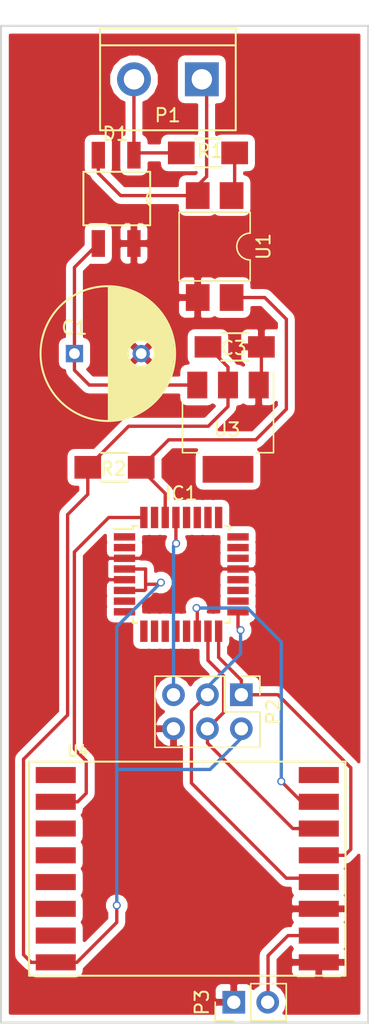
<source format=kicad_pcb>
(kicad_pcb (version 4) (host pcbnew 4.0.5-e0-6337~49~ubuntu16.04.1)

  (general
    (links 36)
    (no_connects 0)
    (area 159.274999 50.82 186.925001 127.682001)
    (thickness 1.6)
    (drawings 4)
    (tracks 137)
    (zones 0)
    (modules 12)
    (nets 15)
  )

  (page A4)
  (layers
    (0 F.Cu signal)
    (31 B.Cu signal)
    (32 B.Adhes user)
    (33 F.Adhes user)
    (34 B.Paste user)
    (35 F.Paste user)
    (36 B.SilkS user)
    (37 F.SilkS user)
    (38 B.Mask user)
    (39 F.Mask user)
    (40 Dwgs.User user)
    (41 Cmts.User user)
    (42 Eco1.User user)
    (43 Eco2.User user)
    (44 Edge.Cuts user)
    (45 Margin user)
    (46 B.CrtYd user)
    (47 F.CrtYd user)
    (48 B.Fab user)
    (49 F.Fab user)
  )

  (setup
    (last_trace_width 0.25)
    (user_trace_width 0.5)
    (user_trace_width 1)
    (user_trace_width 1.5)
    (user_trace_width 2)
    (user_trace_width 3)
    (trace_clearance 0.2)
    (zone_clearance 0.508)
    (zone_45_only no)
    (trace_min 0.2)
    (segment_width 0.2)
    (edge_width 0.15)
    (via_size 0.6)
    (via_drill 0.4)
    (via_min_size 0.4)
    (via_min_drill 0.3)
    (uvia_size 0.3)
    (uvia_drill 0.1)
    (uvias_allowed no)
    (uvia_min_size 0.2)
    (uvia_min_drill 0.1)
    (pcb_text_width 0.3)
    (pcb_text_size 1.5 1.5)
    (mod_edge_width 0.15)
    (mod_text_size 1 1)
    (mod_text_width 0.15)
    (pad_size 1.524 1.524)
    (pad_drill 0.762)
    (pad_to_mask_clearance 0.2)
    (aux_axis_origin 0 0)
    (grid_origin 133.35 79.375)
    (visible_elements FFFFFF7F)
    (pcbplotparams
      (layerselection 0x010f0_80000001)
      (usegerberextensions true)
      (excludeedgelayer true)
      (linewidth 0.100000)
      (plotframeref false)
      (viasonmask false)
      (mode 1)
      (useauxorigin false)
      (hpglpennumber 1)
      (hpglpenspeed 20)
      (hpglpendiameter 15)
      (hpglpenoverlay 2)
      (psnegative false)
      (psa4output false)
      (plotreference true)
      (plotvalue true)
      (plotinvisibletext false)
      (padsonsilk false)
      (subtractmaskfromsilk false)
      (outputformat 1)
      (mirror false)
      (drillshape 0)
      (scaleselection 1)
      (outputdirectory OUTPUT_GERBER/))
  )

  (net 0 "")
  (net 1 /GND)
  (net 2 /3V3)
  (net 3 "Net-(R1-Pad1)")
  (net 4 /CS)
  (net 5 /MOSI)
  (net 6 /MISO)
  (net 7 /SCK)
  (net 8 /RESET)
  (net 9 /IRQ)
  (net 10 /VIN)
  (net 11 /T+)
  (net 12 /T-)
  (net 13 /T_IN)
  (net 14 "Net-(P3-Pad2)")

  (net_class Default "Ceci est la Netclass par défaut"
    (clearance 0.2)
    (trace_width 0.25)
    (via_dia 0.6)
    (via_drill 0.4)
    (uvia_dia 0.3)
    (uvia_drill 0.1)
    (add_net /3V3)
    (add_net /CS)
    (add_net /GND)
    (add_net /IRQ)
    (add_net /MISO)
    (add_net /MOSI)
    (add_net /RESET)
    (add_net /SCK)
    (add_net /T+)
    (add_net /T-)
    (add_net /T_IN)
    (add_net /VIN)
    (add_net "Net-(P3-Pad2)")
    (add_net "Net-(R1-Pad1)")
  )

  (module Capacitors_THT:C_Radial_D10_L20_P5 (layer F.Cu) (tedit 5899BDD4) (tstamp 5899BA2A)
    (at 164.85 77.375)
    (descr "Radial Electrolytic Capacitor Diameter 10mm x Length 20mm, Pitch 5mm")
    (tags "Electrolytic Capacitor")
    (path /5899BBE0)
    (fp_text reference C1 (at -0.004 -1.937) (layer F.SilkS)
      (effects (font (size 1 1) (thickness 0.15)))
    )
    (fp_text value 2200u (at 0.885 1.619) (layer F.Fab)
      (effects (font (size 1 1) (thickness 0.15)))
    )
    (fp_line (start 2.575 -4.999) (end 2.575 4.999) (layer F.SilkS) (width 0.15))
    (fp_line (start 2.715 -4.995) (end 2.715 4.995) (layer F.SilkS) (width 0.15))
    (fp_line (start 2.855 -4.987) (end 2.855 4.987) (layer F.SilkS) (width 0.15))
    (fp_line (start 2.995 -4.975) (end 2.995 4.975) (layer F.SilkS) (width 0.15))
    (fp_line (start 3.135 -4.96) (end 3.135 4.96) (layer F.SilkS) (width 0.15))
    (fp_line (start 3.275 -4.94) (end 3.275 4.94) (layer F.SilkS) (width 0.15))
    (fp_line (start 3.415 -4.916) (end 3.415 4.916) (layer F.SilkS) (width 0.15))
    (fp_line (start 3.555 -4.887) (end 3.555 4.887) (layer F.SilkS) (width 0.15))
    (fp_line (start 3.695 -4.855) (end 3.695 4.855) (layer F.SilkS) (width 0.15))
    (fp_line (start 3.835 -4.818) (end 3.835 4.818) (layer F.SilkS) (width 0.15))
    (fp_line (start 3.975 -4.777) (end 3.975 4.777) (layer F.SilkS) (width 0.15))
    (fp_line (start 4.115 -4.732) (end 4.115 -0.466) (layer F.SilkS) (width 0.15))
    (fp_line (start 4.115 0.466) (end 4.115 4.732) (layer F.SilkS) (width 0.15))
    (fp_line (start 4.255 -4.682) (end 4.255 -0.667) (layer F.SilkS) (width 0.15))
    (fp_line (start 4.255 0.667) (end 4.255 4.682) (layer F.SilkS) (width 0.15))
    (fp_line (start 4.395 -4.627) (end 4.395 -0.796) (layer F.SilkS) (width 0.15))
    (fp_line (start 4.395 0.796) (end 4.395 4.627) (layer F.SilkS) (width 0.15))
    (fp_line (start 4.535 -4.567) (end 4.535 -0.885) (layer F.SilkS) (width 0.15))
    (fp_line (start 4.535 0.885) (end 4.535 4.567) (layer F.SilkS) (width 0.15))
    (fp_line (start 4.675 -4.502) (end 4.675 -0.946) (layer F.SilkS) (width 0.15))
    (fp_line (start 4.675 0.946) (end 4.675 4.502) (layer F.SilkS) (width 0.15))
    (fp_line (start 4.815 -4.432) (end 4.815 -0.983) (layer F.SilkS) (width 0.15))
    (fp_line (start 4.815 0.983) (end 4.815 4.432) (layer F.SilkS) (width 0.15))
    (fp_line (start 4.955 -4.356) (end 4.955 -0.999) (layer F.SilkS) (width 0.15))
    (fp_line (start 4.955 0.999) (end 4.955 4.356) (layer F.SilkS) (width 0.15))
    (fp_line (start 5.095 -4.274) (end 5.095 -0.995) (layer F.SilkS) (width 0.15))
    (fp_line (start 5.095 0.995) (end 5.095 4.274) (layer F.SilkS) (width 0.15))
    (fp_line (start 5.235 -4.186) (end 5.235 -0.972) (layer F.SilkS) (width 0.15))
    (fp_line (start 5.235 0.972) (end 5.235 4.186) (layer F.SilkS) (width 0.15))
    (fp_line (start 5.375 -4.091) (end 5.375 -0.927) (layer F.SilkS) (width 0.15))
    (fp_line (start 5.375 0.927) (end 5.375 4.091) (layer F.SilkS) (width 0.15))
    (fp_line (start 5.515 -3.989) (end 5.515 -0.857) (layer F.SilkS) (width 0.15))
    (fp_line (start 5.515 0.857) (end 5.515 3.989) (layer F.SilkS) (width 0.15))
    (fp_line (start 5.655 -3.879) (end 5.655 -0.756) (layer F.SilkS) (width 0.15))
    (fp_line (start 5.655 0.756) (end 5.655 3.879) (layer F.SilkS) (width 0.15))
    (fp_line (start 5.795 -3.761) (end 5.795 -0.607) (layer F.SilkS) (width 0.15))
    (fp_line (start 5.795 0.607) (end 5.795 3.761) (layer F.SilkS) (width 0.15))
    (fp_line (start 5.935 -3.633) (end 5.935 -0.355) (layer F.SilkS) (width 0.15))
    (fp_line (start 5.935 0.355) (end 5.935 3.633) (layer F.SilkS) (width 0.15))
    (fp_line (start 6.075 -3.496) (end 6.075 3.496) (layer F.SilkS) (width 0.15))
    (fp_line (start 6.215 -3.346) (end 6.215 3.346) (layer F.SilkS) (width 0.15))
    (fp_line (start 6.355 -3.184) (end 6.355 3.184) (layer F.SilkS) (width 0.15))
    (fp_line (start 6.495 -3.007) (end 6.495 3.007) (layer F.SilkS) (width 0.15))
    (fp_line (start 6.635 -2.811) (end 6.635 2.811) (layer F.SilkS) (width 0.15))
    (fp_line (start 6.775 -2.593) (end 6.775 2.593) (layer F.SilkS) (width 0.15))
    (fp_line (start 6.915 -2.347) (end 6.915 2.347) (layer F.SilkS) (width 0.15))
    (fp_line (start 7.055 -2.062) (end 7.055 2.062) (layer F.SilkS) (width 0.15))
    (fp_line (start 7.195 -1.72) (end 7.195 1.72) (layer F.SilkS) (width 0.15))
    (fp_line (start 7.335 -1.274) (end 7.335 1.274) (layer F.SilkS) (width 0.15))
    (fp_line (start 7.475 -0.499) (end 7.475 0.499) (layer F.SilkS) (width 0.15))
    (fp_circle (center 5 0) (end 5 -1) (layer F.SilkS) (width 0.15))
    (fp_circle (center 2.5 0) (end 2.5 -5.0375) (layer F.SilkS) (width 0.15))
    (fp_circle (center 2.5 0) (end 2.5 -5.3) (layer F.CrtYd) (width 0.05))
    (pad 1 thru_hole rect (at 0 0) (size 1.3 1.3) (drill 0.8) (layers *.Cu *.Mask)
      (net 10 /VIN))
    (pad 2 thru_hole circle (at 5 0) (size 1.3 1.3) (drill 0.8) (layers *.Cu *.Mask)
      (net 1 /GND))
    (model Capacitors_ThroughHole.3dshapes/C_Radial_D10_L20_P5.wrl
      (at (xyz 0 0 0))
      (scale (xyz 1 1 1))
      (rotate (xyz 0 0 0))
    )
  )

  (module Capacitors_SMD:C_1206_HandSoldering (layer F.Cu) (tedit 5899BDCA) (tstamp 5899BA30)
    (at 176.85 76.875)
    (descr "Capacitor SMD 1206, hand soldering")
    (tags "capacitor 1206")
    (path /57E3DA4C)
    (attr smd)
    (fp_text reference C3 (at -0.066 0.087) (layer F.SilkS)
      (effects (font (size 1 1) (thickness 0.15)))
    )
    (fp_text value 1u (at 0 2.3) (layer F.Fab)
      (effects (font (size 1 1) (thickness 0.15)))
    )
    (fp_line (start -1.6 0.8) (end -1.6 -0.8) (layer F.Fab) (width 0.15))
    (fp_line (start 1.6 0.8) (end -1.6 0.8) (layer F.Fab) (width 0.15))
    (fp_line (start 1.6 -0.8) (end 1.6 0.8) (layer F.Fab) (width 0.15))
    (fp_line (start -1.6 -0.8) (end 1.6 -0.8) (layer F.Fab) (width 0.15))
    (fp_line (start -3.3 -1.15) (end 3.3 -1.15) (layer F.CrtYd) (width 0.05))
    (fp_line (start -3.3 1.15) (end 3.3 1.15) (layer F.CrtYd) (width 0.05))
    (fp_line (start -3.3 -1.15) (end -3.3 1.15) (layer F.CrtYd) (width 0.05))
    (fp_line (start 3.3 -1.15) (end 3.3 1.15) (layer F.CrtYd) (width 0.05))
    (fp_line (start 1 -1.025) (end -1 -1.025) (layer F.SilkS) (width 0.15))
    (fp_line (start -1 1.025) (end 1 1.025) (layer F.SilkS) (width 0.15))
    (pad 1 smd rect (at -2 0) (size 2 1.6) (layers F.Cu F.Paste F.Mask)
      (net 2 /3V3))
    (pad 2 smd rect (at 2 0) (size 2 1.6) (layers F.Cu F.Paste F.Mask)
      (net 1 /GND))
    (model Capacitors_SMD.3dshapes/C_1206_HandSoldering.wrl
      (at (xyz 0 0 0))
      (scale (xyz 1 1 1))
      (rotate (xyz 0 0 0))
    )
  )

  (module Housings_QFP:TQFP-32_7x7mm_Pitch0.8mm (layer F.Cu) (tedit 54130A77) (tstamp 5899BA5C)
    (at 172.85 93.875)
    (descr "32-Lead Plastic Thin Quad Flatpack (PT) - 7x7x1.0 mm Body, 2.00 mm [TQFP] (see Microchip Packaging Specification 00000049BS.pdf)")
    (tags "QFP 0.8")
    (path /5875E19C)
    (attr smd)
    (fp_text reference IC1 (at 0 -6.05) (layer F.SilkS)
      (effects (font (size 1 1) (thickness 0.15)))
    )
    (fp_text value ATMEGA328-A (at 0 6.05) (layer F.Fab)
      (effects (font (size 1 1) (thickness 0.15)))
    )
    (fp_text user %R (at 0 0) (layer F.Fab)
      (effects (font (size 1 1) (thickness 0.15)))
    )
    (fp_line (start -2.5 -3.5) (end 3.5 -3.5) (layer F.Fab) (width 0.15))
    (fp_line (start 3.5 -3.5) (end 3.5 3.5) (layer F.Fab) (width 0.15))
    (fp_line (start 3.5 3.5) (end -3.5 3.5) (layer F.Fab) (width 0.15))
    (fp_line (start -3.5 3.5) (end -3.5 -2.5) (layer F.Fab) (width 0.15))
    (fp_line (start -3.5 -2.5) (end -2.5 -3.5) (layer F.Fab) (width 0.15))
    (fp_line (start -5.3 -5.3) (end -5.3 5.3) (layer F.CrtYd) (width 0.05))
    (fp_line (start 5.3 -5.3) (end 5.3 5.3) (layer F.CrtYd) (width 0.05))
    (fp_line (start -5.3 -5.3) (end 5.3 -5.3) (layer F.CrtYd) (width 0.05))
    (fp_line (start -5.3 5.3) (end 5.3 5.3) (layer F.CrtYd) (width 0.05))
    (fp_line (start -3.625 -3.625) (end -3.625 -3.4) (layer F.SilkS) (width 0.15))
    (fp_line (start 3.625 -3.625) (end 3.625 -3.3) (layer F.SilkS) (width 0.15))
    (fp_line (start 3.625 3.625) (end 3.625 3.3) (layer F.SilkS) (width 0.15))
    (fp_line (start -3.625 3.625) (end -3.625 3.3) (layer F.SilkS) (width 0.15))
    (fp_line (start -3.625 -3.625) (end -3.3 -3.625) (layer F.SilkS) (width 0.15))
    (fp_line (start -3.625 3.625) (end -3.3 3.625) (layer F.SilkS) (width 0.15))
    (fp_line (start 3.625 3.625) (end 3.3 3.625) (layer F.SilkS) (width 0.15))
    (fp_line (start 3.625 -3.625) (end 3.3 -3.625) (layer F.SilkS) (width 0.15))
    (fp_line (start -3.625 -3.4) (end -5.05 -3.4) (layer F.SilkS) (width 0.15))
    (pad 1 smd rect (at -4.25 -2.8) (size 1.6 0.55) (layers F.Cu F.Paste F.Mask))
    (pad 2 smd rect (at -4.25 -2) (size 1.6 0.55) (layers F.Cu F.Paste F.Mask))
    (pad 3 smd rect (at -4.25 -1.2) (size 1.6 0.55) (layers F.Cu F.Paste F.Mask)
      (net 1 /GND))
    (pad 4 smd rect (at -4.25 -0.4) (size 1.6 0.55) (layers F.Cu F.Paste F.Mask)
      (net 2 /3V3))
    (pad 5 smd rect (at -4.25 0.4) (size 1.6 0.55) (layers F.Cu F.Paste F.Mask)
      (net 1 /GND))
    (pad 6 smd rect (at -4.25 1.2) (size 1.6 0.55) (layers F.Cu F.Paste F.Mask)
      (net 2 /3V3))
    (pad 7 smd rect (at -4.25 2) (size 1.6 0.55) (layers F.Cu F.Paste F.Mask))
    (pad 8 smd rect (at -4.25 2.8) (size 1.6 0.55) (layers F.Cu F.Paste F.Mask))
    (pad 9 smd rect (at -2.8 4.25 90) (size 1.6 0.55) (layers F.Cu F.Paste F.Mask))
    (pad 10 smd rect (at -2 4.25 90) (size 1.6 0.55) (layers F.Cu F.Paste F.Mask))
    (pad 11 smd rect (at -1.2 4.25 90) (size 1.6 0.55) (layers F.Cu F.Paste F.Mask))
    (pad 12 smd rect (at -0.4 4.25 90) (size 1.6 0.55) (layers F.Cu F.Paste F.Mask))
    (pad 13 smd rect (at 0.4 4.25 90) (size 1.6 0.55) (layers F.Cu F.Paste F.Mask))
    (pad 14 smd rect (at 1.2 4.25 90) (size 1.6 0.55) (layers F.Cu F.Paste F.Mask)
      (net 4 /CS))
    (pad 15 smd rect (at 2 4.25 90) (size 1.6 0.55) (layers F.Cu F.Paste F.Mask)
      (net 5 /MOSI))
    (pad 16 smd rect (at 2.8 4.25 90) (size 1.6 0.55) (layers F.Cu F.Paste F.Mask)
      (net 6 /MISO))
    (pad 17 smd rect (at 4.25 2.8) (size 1.6 0.55) (layers F.Cu F.Paste F.Mask)
      (net 7 /SCK))
    (pad 18 smd rect (at 4.25 2) (size 1.6 0.55) (layers F.Cu F.Paste F.Mask))
    (pad 19 smd rect (at 4.25 1.2) (size 1.6 0.55) (layers F.Cu F.Paste F.Mask))
    (pad 20 smd rect (at 4.25 0.4) (size 1.6 0.55) (layers F.Cu F.Paste F.Mask))
    (pad 21 smd rect (at 4.25 -0.4) (size 1.6 0.55) (layers F.Cu F.Paste F.Mask)
      (net 1 /GND))
    (pad 22 smd rect (at 4.25 -1.2) (size 1.6 0.55) (layers F.Cu F.Paste F.Mask))
    (pad 23 smd rect (at 4.25 -2) (size 1.6 0.55) (layers F.Cu F.Paste F.Mask))
    (pad 24 smd rect (at 4.25 -2.8) (size 1.6 0.55) (layers F.Cu F.Paste F.Mask))
    (pad 25 smd rect (at 2.8 -4.25 90) (size 1.6 0.55) (layers F.Cu F.Paste F.Mask))
    (pad 26 smd rect (at 2 -4.25 90) (size 1.6 0.55) (layers F.Cu F.Paste F.Mask))
    (pad 27 smd rect (at 1.2 -4.25 90) (size 1.6 0.55) (layers F.Cu F.Paste F.Mask))
    (pad 28 smd rect (at 0.4 -4.25 90) (size 1.6 0.55) (layers F.Cu F.Paste F.Mask))
    (pad 29 smd rect (at -0.4 -4.25 90) (size 1.6 0.55) (layers F.Cu F.Paste F.Mask)
      (net 8 /RESET))
    (pad 30 smd rect (at -1.2 -4.25 90) (size 1.6 0.55) (layers F.Cu F.Paste F.Mask)
      (net 13 /T_IN))
    (pad 31 smd rect (at -2 -4.25 90) (size 1.6 0.55) (layers F.Cu F.Paste F.Mask))
    (pad 32 smd rect (at -2.8 -4.25 90) (size 1.6 0.55) (layers F.Cu F.Paste F.Mask)
      (net 9 /IRQ))
    (model Housings_QFP.3dshapes/TQFP-32_7x7mm_Pitch0.8mm.wrl
      (at (xyz 0 0 0))
      (scale (xyz 1 1 1))
      (rotate (xyz 0 0 0))
    )
  )

  (module Connectors:bornier2 (layer F.Cu) (tedit 5899BDC1) (tstamp 5899BA62)
    (at 171.85 56.875 180)
    (descr "Bornier d'alimentation 2 pins")
    (tags DEV)
    (path /5899B94F)
    (fp_text reference P1 (at 0.019 -2.688 180) (layer F.SilkS)
      (effects (font (size 1 1) (thickness 0.15)))
    )
    (fp_text value CONN_01X02 (at 0 5.08 180) (layer F.Fab)
      (effects (font (size 1 1) (thickness 0.15)))
    )
    (fp_line (start 5.08 2.54) (end -5.08 2.54) (layer F.SilkS) (width 0.15))
    (fp_line (start 5.08 3.81) (end 5.08 -3.81) (layer F.SilkS) (width 0.15))
    (fp_line (start 5.08 -3.81) (end -5.08 -3.81) (layer F.SilkS) (width 0.15))
    (fp_line (start -5.08 -3.81) (end -5.08 3.81) (layer F.SilkS) (width 0.15))
    (fp_line (start -5.08 3.81) (end 5.08 3.81) (layer F.SilkS) (width 0.15))
    (pad 1 thru_hole rect (at -2.54 0 180) (size 2.54 2.54) (drill 1.524) (layers *.Cu *.Mask)
      (net 12 /T-))
    (pad 2 thru_hole circle (at 2.54 0 180) (size 2.54 2.54) (drill 1.524) (layers *.Cu *.Mask)
      (net 11 /T+))
    (model Connect.3dshapes/bornier2.wrl
      (at (xyz 0 0 0))
      (scale (xyz 1 1 1))
      (rotate (xyz 0 0 0))
    )
  )

  (module Pin_Headers:Pin_Header_Straight_2x03_Pitch2.54mm (layer F.Cu) (tedit 5862ED53) (tstamp 5899BA6C)
    (at 177.35 102.875 270)
    (descr "Through hole straight pin header, 2x03, 2.54mm pitch, double rows")
    (tags "Through hole pin header THT 2x03 2.54mm double row")
    (path /5875E472)
    (fp_text reference P2 (at 1.27 -2.39 270) (layer F.SilkS)
      (effects (font (size 1 1) (thickness 0.15)))
    )
    (fp_text value ICSP (at 1.27 7.47 270) (layer F.Fab)
      (effects (font (size 1 1) (thickness 0.15)))
    )
    (fp_line (start -1.27 -1.27) (end -1.27 6.35) (layer F.Fab) (width 0.1))
    (fp_line (start -1.27 6.35) (end 3.81 6.35) (layer F.Fab) (width 0.1))
    (fp_line (start 3.81 6.35) (end 3.81 -1.27) (layer F.Fab) (width 0.1))
    (fp_line (start 3.81 -1.27) (end -1.27 -1.27) (layer F.Fab) (width 0.1))
    (fp_line (start -1.39 1.27) (end -1.39 6.47) (layer F.SilkS) (width 0.12))
    (fp_line (start -1.39 6.47) (end 3.93 6.47) (layer F.SilkS) (width 0.12))
    (fp_line (start 3.93 6.47) (end 3.93 -1.39) (layer F.SilkS) (width 0.12))
    (fp_line (start 3.93 -1.39) (end 1.27 -1.39) (layer F.SilkS) (width 0.12))
    (fp_line (start 1.27 -1.39) (end 1.27 1.27) (layer F.SilkS) (width 0.12))
    (fp_line (start 1.27 1.27) (end -1.39 1.27) (layer F.SilkS) (width 0.12))
    (fp_line (start -1.39 0) (end -1.39 -1.39) (layer F.SilkS) (width 0.12))
    (fp_line (start -1.39 -1.39) (end 0 -1.39) (layer F.SilkS) (width 0.12))
    (fp_line (start -1.6 -1.6) (end -1.6 6.6) (layer F.CrtYd) (width 0.05))
    (fp_line (start -1.6 6.6) (end 4.1 6.6) (layer F.CrtYd) (width 0.05))
    (fp_line (start 4.1 6.6) (end 4.1 -1.6) (layer F.CrtYd) (width 0.05))
    (fp_line (start 4.1 -1.6) (end -1.6 -1.6) (layer F.CrtYd) (width 0.05))
    (pad 1 thru_hole rect (at 0 0 270) (size 1.7 1.7) (drill 1) (layers *.Cu *.Mask)
      (net 6 /MISO))
    (pad 2 thru_hole oval (at 2.54 0 270) (size 1.7 1.7) (drill 1) (layers *.Cu *.Mask)
      (net 2 /3V3))
    (pad 3 thru_hole oval (at 0 2.54 270) (size 1.7 1.7) (drill 1) (layers *.Cu *.Mask)
      (net 7 /SCK))
    (pad 4 thru_hole oval (at 2.54 2.54 270) (size 1.7 1.7) (drill 1) (layers *.Cu *.Mask)
      (net 5 /MOSI))
    (pad 5 thru_hole oval (at 0 5.08 270) (size 1.7 1.7) (drill 1) (layers *.Cu *.Mask)
      (net 8 /RESET))
    (pad 6 thru_hole oval (at 2.54 5.08 270) (size 1.7 1.7) (drill 1) (layers *.Cu *.Mask)
      (net 1 /GND))
    (model Pin_Headers.3dshapes/Pin_Header_Straight_2x03_Pitch2.54mm.wrl
      (at (xyz 0.05 -0.1 0))
      (scale (xyz 1 1 1))
      (rotate (xyz 0 0 90))
    )
  )

  (module Resistors_SMD:R_1206_HandSoldering (layer F.Cu) (tedit 5899BDBD) (tstamp 5899BA77)
    (at 174.85 62.375 180)
    (descr "Resistor SMD 1206, hand soldering")
    (tags "resistor 1206")
    (path /5899C1B5)
    (attr smd)
    (fp_text reference R1 (at -0.156 0.145 180) (layer F.SilkS)
      (effects (font (size 1 1) (thickness 0.15)))
    )
    (fp_text value 1k2 (at -3.458 -0.109 180) (layer F.Fab)
      (effects (font (size 1 1) (thickness 0.15)))
    )
    (fp_line (start -1.6 0.8) (end -1.6 -0.8) (layer F.Fab) (width 0.1))
    (fp_line (start 1.6 0.8) (end -1.6 0.8) (layer F.Fab) (width 0.1))
    (fp_line (start 1.6 -0.8) (end 1.6 0.8) (layer F.Fab) (width 0.1))
    (fp_line (start -1.6 -0.8) (end 1.6 -0.8) (layer F.Fab) (width 0.1))
    (fp_line (start -3.3 -1.2) (end 3.3 -1.2) (layer F.CrtYd) (width 0.05))
    (fp_line (start -3.3 1.2) (end 3.3 1.2) (layer F.CrtYd) (width 0.05))
    (fp_line (start -3.3 -1.2) (end -3.3 1.2) (layer F.CrtYd) (width 0.05))
    (fp_line (start 3.3 -1.2) (end 3.3 1.2) (layer F.CrtYd) (width 0.05))
    (fp_line (start 1 1.075) (end -1 1.075) (layer F.SilkS) (width 0.15))
    (fp_line (start -1 -1.075) (end 1 -1.075) (layer F.SilkS) (width 0.15))
    (pad 1 smd rect (at -2 0 180) (size 2 1.7) (layers F.Cu F.Paste F.Mask)
      (net 3 "Net-(R1-Pad1)"))
    (pad 2 smd rect (at 2 0 180) (size 2 1.7) (layers F.Cu F.Paste F.Mask)
      (net 11 /T+))
    (model Resistors_SMD.3dshapes/R_1206_HandSoldering.wrl
      (at (xyz 0 0 0))
      (scale (xyz 1 1 1))
      (rotate (xyz 0 0 0))
    )
  )

  (module Resistors_SMD:R_1206_HandSoldering (layer F.Cu) (tedit 5899BDD7) (tstamp 5899BA7D)
    (at 167.85 85.875)
    (descr "Resistor SMD 1206, hand soldering")
    (tags "resistor 1206")
    (path /5899C022)
    (attr smd)
    (fp_text reference R2 (at -0.083 0.104) (layer F.SilkS)
      (effects (font (size 1 1) (thickness 0.15)))
    )
    (fp_text value 4k7 (at 0.044 1.882) (layer F.Fab)
      (effects (font (size 1 1) (thickness 0.15)))
    )
    (fp_line (start -1.6 0.8) (end -1.6 -0.8) (layer F.Fab) (width 0.1))
    (fp_line (start 1.6 0.8) (end -1.6 0.8) (layer F.Fab) (width 0.1))
    (fp_line (start 1.6 -0.8) (end 1.6 0.8) (layer F.Fab) (width 0.1))
    (fp_line (start -1.6 -0.8) (end 1.6 -0.8) (layer F.Fab) (width 0.1))
    (fp_line (start -3.3 -1.2) (end 3.3 -1.2) (layer F.CrtYd) (width 0.05))
    (fp_line (start -3.3 1.2) (end 3.3 1.2) (layer F.CrtYd) (width 0.05))
    (fp_line (start -3.3 -1.2) (end -3.3 1.2) (layer F.CrtYd) (width 0.05))
    (fp_line (start 3.3 -1.2) (end 3.3 1.2) (layer F.CrtYd) (width 0.05))
    (fp_line (start 1 1.075) (end -1 1.075) (layer F.SilkS) (width 0.15))
    (fp_line (start -1 -1.075) (end 1 -1.075) (layer F.SilkS) (width 0.15))
    (pad 1 smd rect (at -2 0) (size 2 1.7) (layers F.Cu F.Paste F.Mask)
      (net 2 /3V3))
    (pad 2 smd rect (at 2 0) (size 2 1.7) (layers F.Cu F.Paste F.Mask)
      (net 13 /T_IN))
    (model Resistors_SMD.3dshapes/R_1206_HandSoldering.wrl
      (at (xyz 0 0 0))
      (scale (xyz 1 1 1))
      (rotate (xyz 0 0 0))
    )
  )

  (module Housings_DIP:DIP-4_W7.62mm_SMD (layer F.Cu) (tedit 5899BDB6) (tstamp 5899BA85)
    (at 175.35 69.375 270)
    (descr "4-lead dip package, row spacing 7.62 mm (300 mils), SMD")
    (tags "DIL DIP PDIP 2.54mm 7.62mm 300mil SMD")
    (path /5899BD67)
    (attr smd)
    (fp_text reference U1 (at 0 -3.66 270) (layer F.SilkS)
      (effects (font (size 1 1) (thickness 0.15)))
    )
    (fp_text value SFH620 (at -0.033 -0.164 270) (layer F.Fab)
      (effects (font (size 1 1) (thickness 0.15)))
    )
    (fp_arc (start 0 -2.66) (end -1 -2.66) (angle -180) (layer F.SilkS) (width 0.12))
    (fp_line (start -2.175 -2.54) (end 3.175 -2.54) (layer F.Fab) (width 0.1))
    (fp_line (start 3.175 -2.54) (end 3.175 2.54) (layer F.Fab) (width 0.1))
    (fp_line (start 3.175 2.54) (end -3.175 2.54) (layer F.Fab) (width 0.1))
    (fp_line (start -3.175 2.54) (end -3.175 -1.54) (layer F.Fab) (width 0.1))
    (fp_line (start -3.175 -1.54) (end -2.175 -2.54) (layer F.Fab) (width 0.1))
    (fp_line (start -1 -2.66) (end -2.57 -2.66) (layer F.SilkS) (width 0.12))
    (fp_line (start -2.57 -2.66) (end -2.57 2.66) (layer F.SilkS) (width 0.12))
    (fp_line (start -2.57 2.66) (end 2.57 2.66) (layer F.SilkS) (width 0.12))
    (fp_line (start 2.57 2.66) (end 2.57 -2.66) (layer F.SilkS) (width 0.12))
    (fp_line (start 2.57 -2.66) (end 1 -2.66) (layer F.SilkS) (width 0.12))
    (fp_line (start -5.1 -2.8) (end -5.1 2.8) (layer F.CrtYd) (width 0.05))
    (fp_line (start -5.1 2.8) (end 5.1 2.8) (layer F.CrtYd) (width 0.05))
    (fp_line (start 5.1 2.8) (end 5.1 -2.8) (layer F.CrtYd) (width 0.05))
    (fp_line (start 5.1 -2.8) (end -5.1 -2.8) (layer F.CrtYd) (width 0.05))
    (pad 1 smd rect (at -3.81 -1.27 270) (size 2 1.78) (layers F.Cu F.Mask)
      (net 3 "Net-(R1-Pad1)"))
    (pad 3 smd rect (at 3.81 1.27 270) (size 2 1.78) (layers F.Cu F.Mask)
      (net 1 /GND))
    (pad 2 smd rect (at -3.81 1.27 270) (size 2 1.78) (layers F.Cu F.Mask)
      (net 12 /T-))
    (pad 4 smd rect (at 3.81 -1.27 270) (size 2 1.78) (layers F.Cu F.Mask)
      (net 13 /T_IN))
    (model Housings_DIP.3dshapes/DIP-4_W7.62mm_SMD.wrl
      (at (xyz 0 0 0))
      (scale (xyz 1 1 1))
      (rotate (xyz 0 0 0))
    )
  )

  (module TO_SOT_Packages_SMD:SOT-223 (layer F.Cu) (tedit 5899BDD0) (tstamp 5899BA8D)
    (at 176.35 82.875 270)
    (descr "module CMS SOT223 4 pins")
    (tags "CMS SOT")
    (path /5875E219)
    (attr smd)
    (fp_text reference U3 (at 0.183 0.074 360) (layer F.SilkS)
      (effects (font (size 1 1) (thickness 0.15)))
    )
    (fp_text value AMS1117 (at 0 4.5 270) (layer F.Fab)
      (effects (font (size 1 1) (thickness 0.15)))
    )
    (fp_line (start 1.91 3.41) (end 1.91 2.15) (layer F.SilkS) (width 0.12))
    (fp_line (start 1.91 -3.41) (end 1.91 -2.15) (layer F.SilkS) (width 0.12))
    (fp_line (start 4.4 -3.6) (end -4.4 -3.6) (layer F.CrtYd) (width 0.05))
    (fp_line (start 4.4 3.6) (end 4.4 -3.6) (layer F.CrtYd) (width 0.05))
    (fp_line (start -4.4 3.6) (end 4.4 3.6) (layer F.CrtYd) (width 0.05))
    (fp_line (start -4.4 -3.6) (end -4.4 3.6) (layer F.CrtYd) (width 0.05))
    (fp_line (start -1.85 -3.35) (end -1.85 3.35) (layer F.Fab) (width 0.15))
    (fp_line (start -1.85 3.41) (end 1.91 3.41) (layer F.SilkS) (width 0.12))
    (fp_line (start -1.85 -3.35) (end 1.85 -3.35) (layer F.Fab) (width 0.15))
    (fp_line (start -4.1 -3.41) (end 1.91 -3.41) (layer F.SilkS) (width 0.12))
    (fp_line (start -1.85 3.35) (end 1.85 3.35) (layer F.Fab) (width 0.15))
    (fp_line (start 1.85 -3.35) (end 1.85 3.35) (layer F.Fab) (width 0.15))
    (pad 4 smd rect (at 3.15 0 270) (size 2 3.8) (layers F.Cu F.Paste F.Mask))
    (pad 2 smd rect (at -3.15 0 270) (size 2 1.5) (layers F.Cu F.Paste F.Mask)
      (net 2 /3V3))
    (pad 3 smd rect (at -3.15 2.3 270) (size 2 1.5) (layers F.Cu F.Paste F.Mask)
      (net 10 /VIN))
    (pad 1 smd rect (at -3.15 -2.3 270) (size 2 1.5) (layers F.Cu F.Paste F.Mask)
      (net 1 /GND))
    (model TO_SOT_Packages_SMD.3dshapes/SOT-223.wrl
      (at (xyz 0 0 0))
      (scale (xyz 0.4 0.4 0.4))
      (rotate (xyz 0 0 90))
    )
  )

  (module Mysensors_Radio:RFM69HW_SMD_Handsoldering (layer F.Cu) (tedit 558806AF) (tstamp 5899BAA1)
    (at 164.85 108.875)
    (descr RFM69HW)
    (tags "RFM69HW, RF69")
    (path /5875DDB7)
    (fp_text reference U4 (at 0.254 -1.778) (layer F.SilkS)
      (effects (font (size 0.8 0.8) (thickness 0.16)))
    )
    (fp_text value RFM69HW (at 8.382 7.112) (layer F.Fab) hide
      (effects (font (size 0.8 0.8) (thickness 0.16)))
    )
    (fp_line (start -3.4 15) (end -3.4 -1) (layer F.SilkS) (width 0.15))
    (fp_line (start 20.3 15) (end -3.4 15) (layer F.SilkS) (width 0.15))
    (fp_line (start 20.3 -1) (end 20.3 15) (layer F.SilkS) (width 0.15))
    (fp_line (start -3.4 -1) (end 20.3 -1) (layer F.SilkS) (width 0.15))
    (fp_line (start -3.4 15) (end 20.3 15) (layer F.CrtYd) (width 0.15))
    (fp_line (start 20.3 -1) (end 20.3 15) (layer F.CrtYd) (width 0.15))
    (fp_line (start -3.4 -1) (end -3.4 15) (layer F.CrtYd) (width 0.15))
    (fp_line (start -3.4 -1) (end 20.3 -1) (layer F.CrtYd) (width 0.15))
    (fp_line (start 20.3 -1) (end 20.3 15) (layer B.CrtYd) (width 0.15))
    (fp_line (start -3.4 -1) (end -3.4 15) (layer B.CrtYd) (width 0.15))
    (fp_line (start -3.4 15) (end 20.3 15) (layer B.CrtYd) (width 0.15))
    (fp_line (start -3.4 -1) (end 20.3 -1) (layer B.CrtYd) (width 0.15))
    (pad 1 smd rect (at -1.4 0) (size 3 1.2) (layers F.Cu F.Paste F.Mask))
    (pad 2 smd rect (at -1.4 2) (size 3 1.2) (layers F.Cu F.Paste F.Mask)
      (net 9 /IRQ))
    (pad 3 smd rect (at -1.4 4) (size 3 1.2) (layers F.Cu F.Paste F.Mask))
    (pad 4 smd rect (at -1.4 6) (size 3 1.2) (layers F.Cu F.Paste F.Mask))
    (pad 5 smd rect (at -1.4 8) (size 3 1.2) (layers F.Cu F.Paste F.Mask))
    (pad 6 smd rect (at -1.4 10) (size 3 1.2) (layers F.Cu F.Paste F.Mask))
    (pad 7 smd rect (at -1.4 12) (size 3 1.2) (layers F.Cu F.Paste F.Mask))
    (pad 8 smd rect (at -1.4 14) (size 3 1.2) (layers F.Cu F.Paste F.Mask)
      (net 2 /3V3))
    (pad 9 smd rect (at 18.3 14) (size 3 1.2) (layers F.Cu F.Paste F.Mask)
      (net 1 /GND))
    (pad 10 smd rect (at 18.3 12) (size 3 1.2) (layers F.Cu F.Paste F.Mask)
      (net 14 "Net-(P3-Pad2)"))
    (pad 11 smd rect (at 18.3 10) (size 3 1.2) (layers F.Cu F.Paste F.Mask)
      (net 1 /GND))
    (pad 12 smd rect (at 18.3 8) (size 3 1.2) (layers F.Cu F.Paste F.Mask)
      (net 7 /SCK))
    (pad 13 smd rect (at 18.3 6) (size 3 1.2) (layers F.Cu F.Paste F.Mask)
      (net 6 /MISO))
    (pad 14 smd rect (at 18.3 4) (size 3 1.2) (layers F.Cu F.Paste F.Mask)
      (net 5 /MOSI))
    (pad 15 smd rect (at 18.3 2) (size 3 1.2) (layers F.Cu F.Paste F.Mask)
      (net 4 /CS))
    (pad 16 smd rect (at 18.3 0) (size 3 1.2) (layers F.Cu F.Paste F.Mask))
    (model ${MYSLOCAL}/mysensors.3dshapes/mysensors_radios.3dshapes/rfm69hw.wrl
      (at (xyz 0.332 -0.275 0.03))
      (scale (xyz 0.395 0.395 0.395))
      (rotate (xyz 0 0 180))
    )
    (model Crystals.3dshapes/crystal_FA238-TSX3225.wrl
      (at (xyz 0.332 -0.08 0.06))
      (scale (xyz 0.24 0.24 0.24))
      (rotate (xyz 0 0 90))
    )
    (model Housings_DFN_QFN.3dshapes/QFN-28-1EP_5x5mm_Pitch0.5mm.wrl
      (at (xyz 0.204 -0.445 0.06))
      (scale (xyz 1 1 1))
      (rotate (xyz 0 0 0))
    )
  )

  (module MyLibrary:TO-269AA (layer F.Cu) (tedit 5899BF68) (tstamp 5899C0F4)
    (at 168.021 65.786 180)
    (path /5899C1F4)
    (fp_text reference D1 (at 0.09398 4.83616 180) (layer F.SilkS)
      (effects (font (size 1 1) (thickness 0.15)))
    )
    (fp_text value MB6S (at 0.23622 -4.63296 180) (layer F.Fab)
      (effects (font (size 1 1) (thickness 0.15)))
    )
    (fp_arc (start -2.95 0) (end -2.45 -0.5) (angle 90) (layer F.SilkS) (width 0.15))
    (fp_line (start -2.5 -2) (end 2.5 -2) (layer F.SilkS) (width 0.15))
    (fp_line (start 2.5 -2) (end 2.5 2) (layer F.SilkS) (width 0.15))
    (fp_line (start 2.5 2) (end -2.5 2) (layer F.SilkS) (width 0.15))
    (fp_line (start -2.5 2) (end -2.5 -2) (layer F.SilkS) (width 0.15))
    (pad 1 smd rect (at -1.28524 3.24104 180) (size 1 2) (layers F.Cu F.Paste F.Mask)
      (net 11 /T+))
    (pad 2 smd rect (at 1.3843 3.24104 180) (size 1 2) (layers F.Cu F.Paste F.Mask)
      (net 12 /T-))
    (pad 4 smd rect (at -1.28524 -3.36042 180) (size 1 2) (layers F.Cu F.Paste F.Mask)
      (net 1 /GND))
    (pad 3 smd rect (at 1.3843 -3.36042 180) (size 1 2) (layers F.Cu F.Paste F.Mask)
      (net 10 /VIN))
  )

  (module Pin_Headers:Pin_Header_Straight_1x02_Pitch2.54mm (layer F.Cu) (tedit 5862ED52) (tstamp 5899C20B)
    (at 176.784 125.857 90)
    (descr "Through hole straight pin header, 1x02, 2.54mm pitch, single row")
    (tags "Through hole pin header THT 1x02 2.54mm single row")
    (path /5899C541)
    (fp_text reference P3 (at 0 -2.39 90) (layer F.SilkS)
      (effects (font (size 1 1) (thickness 0.15)))
    )
    (fp_text value ANT (at 0 4.93 90) (layer F.Fab)
      (effects (font (size 1 1) (thickness 0.15)))
    )
    (fp_line (start -1.27 -1.27) (end -1.27 3.81) (layer F.Fab) (width 0.1))
    (fp_line (start -1.27 3.81) (end 1.27 3.81) (layer F.Fab) (width 0.1))
    (fp_line (start 1.27 3.81) (end 1.27 -1.27) (layer F.Fab) (width 0.1))
    (fp_line (start 1.27 -1.27) (end -1.27 -1.27) (layer F.Fab) (width 0.1))
    (fp_line (start -1.39 1.27) (end -1.39 3.93) (layer F.SilkS) (width 0.12))
    (fp_line (start -1.39 3.93) (end 1.39 3.93) (layer F.SilkS) (width 0.12))
    (fp_line (start 1.39 3.93) (end 1.39 1.27) (layer F.SilkS) (width 0.12))
    (fp_line (start 1.39 1.27) (end -1.39 1.27) (layer F.SilkS) (width 0.12))
    (fp_line (start -1.39 0) (end -1.39 -1.39) (layer F.SilkS) (width 0.12))
    (fp_line (start -1.39 -1.39) (end 0 -1.39) (layer F.SilkS) (width 0.12))
    (fp_line (start -1.6 -1.6) (end -1.6 4.1) (layer F.CrtYd) (width 0.05))
    (fp_line (start -1.6 4.1) (end 1.6 4.1) (layer F.CrtYd) (width 0.05))
    (fp_line (start 1.6 4.1) (end 1.6 -1.6) (layer F.CrtYd) (width 0.05))
    (fp_line (start 1.6 -1.6) (end -1.6 -1.6) (layer F.CrtYd) (width 0.05))
    (pad 1 thru_hole rect (at 0 0 90) (size 1.7 1.7) (drill 1) (layers *.Cu *.Mask)
      (net 1 /GND))
    (pad 2 thru_hole oval (at 0 2.54 90) (size 1.7 1.7) (drill 1) (layers *.Cu *.Mask)
      (net 14 "Net-(P3-Pad2)"))
    (model Pin_Headers.3dshapes/Pin_Header_Straight_1x02_Pitch2.54mm.wrl
      (at (xyz 0 -0.05 0))
      (scale (xyz 1 1 1))
      (rotate (xyz 0 0 90))
    )
  )

  (gr_line (start 159.35 127.375) (end 159.35 52.875) (angle 90) (layer Edge.Cuts) (width 0.15))
  (gr_line (start 186.85 127.375) (end 159.35 127.375) (angle 90) (layer Edge.Cuts) (width 0.15))
  (gr_line (start 186.85 52.875) (end 186.85 127.375) (angle 90) (layer Edge.Cuts) (width 0.15))
  (gr_line (start 159.35 52.875) (end 186.85 52.875) (angle 90) (layer Edge.Cuts) (width 0.15))

  (segment (start 168.6 94.275) (end 167.345 94.275) (width 0.25) (layer F.Cu) (net 1))
  (segment (start 167.294 92.675) (end 168.6 92.675) (width 0.25) (layer F.Cu) (net 1) (tstamp 5899BD95))
  (segment (start 167.259 92.71) (end 167.294 92.675) (width 0.25) (layer F.Cu) (net 1) (tstamp 5899BD94))
  (segment (start 167.259 94.189) (end 167.259 92.71) (width 0.25) (layer F.Cu) (net 1) (tstamp 5899BD93))
  (segment (start 167.345 94.275) (end 167.259 94.189) (width 0.25) (layer F.Cu) (net 1) (tstamp 5899BD92))
  (segment (start 177.1 93.475) (end 172.723 93.475) (width 0.25) (layer F.Cu) (net 1))
  (segment (start 171.923 92.675) (end 168.6 92.675) (width 0.25) (layer F.Cu) (net 1) (tstamp 5899BD7E))
  (segment (start 172.723 93.475) (end 171.923 92.675) (width 0.25) (layer F.Cu) (net 1) (tstamp 5899BD7D))
  (segment (start 178.85 76.875) (end 178.85 79.525) (width 0.25) (layer F.Cu) (net 1))
  (segment (start 178.85 79.525) (end 178.65 79.725) (width 0.25) (layer F.Cu) (net 1) (tstamp 5899BD7A))
  (segment (start 177.1 93.475) (end 179.25 93.475) (width 0.25) (layer F.Cu) (net 1))
  (segment (start 174.08 71.645) (end 174.08 73.185) (width 0.25) (layer F.Cu) (net 1) (tstamp 5899BD77))
  (segment (start 174.85 70.875) (end 174.08 71.645) (width 0.25) (layer F.Cu) (net 1) (tstamp 5899BD76))
  (segment (start 180.35 70.875) (end 174.85 70.875) (width 0.25) (layer F.Cu) (net 1) (tstamp 5899BD74))
  (segment (start 183.35 73.875) (end 180.35 70.875) (width 0.25) (layer F.Cu) (net 1) (tstamp 5899BD72))
  (segment (start 183.35 89.375) (end 183.35 73.875) (width 0.25) (layer F.Cu) (net 1) (tstamp 5899BD70))
  (segment (start 179.25 93.475) (end 183.35 89.375) (width 0.25) (layer F.Cu) (net 1) (tstamp 5899BD6F))
  (segment (start 163.45 122.875) (end 165.034 122.875) (width 0.25) (layer F.Cu) (net 2) (status 400000))
  (segment (start 168.021 118.618) (end 168.021 115.316) (width 0.25) (layer B.Cu) (net 2) (tstamp 5899C24A))
  (via (at 168.021 118.618) (size 0.6) (drill 0.4) (layers F.Cu B.Cu) (net 2))
  (segment (start 168.021 119.888) (end 168.021 118.618) (width 0.25) (layer F.Cu) (net 2) (tstamp 5899C246))
  (segment (start 165.034 122.875) (end 168.021 119.888) (width 0.25) (layer F.Cu) (net 2) (tstamp 5899C244))
  (segment (start 177.35 105.415) (end 177.35 106.114) (width 0.25) (layer B.Cu) (net 2))
  (segment (start 177.35 106.114) (end 175.006 108.458) (width 0.25) (layer B.Cu) (net 2) (tstamp 5899BD9A))
  (segment (start 175.006 108.458) (end 168.021 108.458) (width 0.25) (layer B.Cu) (net 2) (tstamp 5899BD9B))
  (segment (start 165.85 85.875) (end 165.85 87.896) (width 0.25) (layer F.Cu) (net 2))
  (segment (start 164.338 89.408) (end 164.338 104.394) (width 0.25) (layer F.Cu) (net 2) (tstamp 5899BD83))
  (segment (start 165.85 87.896) (end 164.338 89.408) (width 0.25) (layer F.Cu) (net 2) (tstamp 5899BD81))
  (segment (start 176.35 79.725) (end 176.35 78.375) (width 0.25) (layer F.Cu) (net 2))
  (segment (start 176.35 78.375) (end 174.85 76.875) (width 0.25) (layer F.Cu) (net 2) (tstamp 5899BD29))
  (segment (start 165.85 85.875) (end 165.85 85.864) (width 0.25) (layer F.Cu) (net 2))
  (segment (start 165.85 85.864) (end 168.91 82.804) (width 0.25) (layer F.Cu) (net 2) (tstamp 5899BD20))
  (segment (start 176.35 81.333) (end 176.35 79.725) (width 0.25) (layer F.Cu) (net 2) (tstamp 5899BD25))
  (segment (start 174.879 82.804) (end 176.35 81.333) (width 0.25) (layer F.Cu) (net 2) (tstamp 5899BD23))
  (segment (start 168.91 82.804) (end 174.879 82.804) (width 0.25) (layer F.Cu) (net 2) (tstamp 5899BD21))
  (segment (start 161.61 122.875) (end 163.45 122.875) (width 0.25) (layer F.Cu) (net 2) (tstamp 5899BD1D))
  (segment (start 161.036 122.301) (end 161.61 122.875) (width 0.25) (layer F.Cu) (net 2) (tstamp 5899BD1C))
  (segment (start 161.036 107.696) (end 161.036 122.301) (width 0.25) (layer F.Cu) (net 2) (tstamp 5899BD1A))
  (segment (start 164.338 104.394) (end 161.036 107.696) (width 0.25) (layer F.Cu) (net 2) (tstamp 5899BD87))
  (segment (start 168.021 115.316) (end 168.021 108.458) (width 0.25) (layer B.Cu) (net 2) (tstamp 5899C24D))
  (segment (start 168.021 108.458) (end 168.021 97.79) (width 0.25) (layer B.Cu) (net 2) (tstamp 5899BD9F))
  (segment (start 171.196 94.615) (end 170.18 94.615) (width 0.25) (layer F.Cu) (net 2) (tstamp 5899BCFD))
  (segment (start 171.323 94.488) (end 171.196 94.615) (width 0.25) (layer F.Cu) (net 2) (tstamp 5899BCFC))
  (via (at 171.323 94.488) (size 0.6) (drill 0.4) (layers F.Cu B.Cu) (net 2))
  (segment (start 168.021 97.79) (end 171.323 94.488) (width 0.25) (layer B.Cu) (net 2) (tstamp 5899BCF9))
  (segment (start 168.6 93.475) (end 170.183 93.475) (width 0.25) (layer F.Cu) (net 2))
  (segment (start 170.183 93.475) (end 170.18 93.478) (width 0.25) (layer F.Cu) (net 2) (tstamp 5899BCE9))
  (segment (start 170.18 93.478) (end 170.18 94.615) (width 0.25) (layer F.Cu) (net 2) (tstamp 5899BCEA))
  (segment (start 170.101 95.075) (end 168.6 95.075) (width 0.25) (layer F.Cu) (net 2) (tstamp 5899BCEC))
  (segment (start 170.18 94.615) (end 170.18 94.996) (width 0.25) (layer F.Cu) (net 2) (tstamp 5899BD00))
  (segment (start 170.18 94.996) (end 170.101 95.075) (width 0.25) (layer F.Cu) (net 2) (tstamp 5899BCEB))
  (segment (start 176.85 62.375) (end 176.85 65.335) (width 0.25) (layer F.Cu) (net 3))
  (segment (start 176.85 65.335) (end 176.62 65.565) (width 0.25) (layer F.Cu) (net 3) (tstamp 5899BD37))
  (segment (start 180.34 109.347) (end 180.34 98.933) (width 0.25) (layer B.Cu) (net 4))
  (segment (start 174.05 96.453) (end 174.05 98.125) (width 0.25) (layer F.Cu) (net 4) (tstamp 5899C15C))
  (segment (start 173.99 96.393) (end 174.05 96.453) (width 0.25) (layer F.Cu) (net 4) (tstamp 5899C15B))
  (via (at 173.99 96.393) (size 0.6) (drill 0.4) (layers F.Cu B.Cu) (net 4))
  (segment (start 177.8 96.393) (end 173.99 96.393) (width 0.25) (layer B.Cu) (net 4) (tstamp 5899C158))
  (segment (start 180.34 98.933) (end 177.8 96.393) (width 0.25) (layer B.Cu) (net 4) (tstamp 5899C156))
  (segment (start 183.15 110.875) (end 181.868 110.875) (width 0.25) (layer F.Cu) (net 4))
  (segment (start 181.868 110.875) (end 180.34 109.347) (width 0.25) (layer F.Cu) (net 4) (tstamp 5899C14E))
  (via (at 180.34 109.347) (size 0.6) (drill 0.4) (layers F.Cu B.Cu) (net 4))
  (segment (start 174.117 98.192) (end 174.05 98.125) (width 0.25) (layer F.Cu) (net 4) (tstamp 5899BCD4))
  (segment (start 183.15 112.875) (end 181.201 112.875) (width 0.25) (layer F.Cu) (net 5))
  (segment (start 181.201 112.875) (end 174.81 106.484) (width 0.25) (layer F.Cu) (net 5) (tstamp 5899C148))
  (segment (start 174.85 98.125) (end 174.85 100.301) (width 0.25) (layer F.Cu) (net 5))
  (segment (start 176.022 104.203) (end 174.81 105.415) (width 0.25) (layer F.Cu) (net 5) (tstamp 5899BD0C))
  (segment (start 176.022 101.473) (end 176.022 104.203) (width 0.25) (layer F.Cu) (net 5) (tstamp 5899BD0A))
  (segment (start 174.85 100.301) (end 176.022 101.473) (width 0.25) (layer F.Cu) (net 5) (tstamp 5899BD08))
  (segment (start 174.81 106.484) (end 174.81 105.415) (width 0.25) (layer F.Cu) (net 5) (tstamp 5899C14C))
  (segment (start 177.35 102.875) (end 177.35 101.785) (width 0.25) (layer F.Cu) (net 6) (status 400000))
  (segment (start 175.65 100.085) (end 175.65 98.125) (width 0.25) (layer F.Cu) (net 6) (tstamp 5899C29E) (status 800000))
  (segment (start 177.35 101.785) (end 175.65 100.085) (width 0.25) (layer F.Cu) (net 6) (tstamp 5899C29B))
  (segment (start 185.547 108.839) (end 185.547 108.331) (width 0.25) (layer F.Cu) (net 6))
  (segment (start 178.689 102.87) (end 178.689 102.875) (width 0.25) (layer F.Cu) (net 6) (tstamp 5899C166))
  (segment (start 180.086 102.87) (end 178.689 102.87) (width 0.25) (layer F.Cu) (net 6) (tstamp 5899C163))
  (segment (start 185.547 108.331) (end 180.086 102.87) (width 0.25) (layer F.Cu) (net 6) (tstamp 5899C162))
  (segment (start 175.65 98.125) (end 175.65 98.815) (width 0.25) (layer F.Cu) (net 6))
  (segment (start 183.15 114.875) (end 185.099 114.875) (width 0.25) (layer F.Cu) (net 6))
  (segment (start 178.689 102.875) (end 177.35 102.875) (width 0.25) (layer F.Cu) (net 6) (tstamp 5899C167))
  (segment (start 185.547 114.427) (end 185.547 108.839) (width 0.25) (layer F.Cu) (net 6) (tstamp 5899BCBC))
  (segment (start 185.099 114.875) (end 185.547 114.427) (width 0.25) (layer F.Cu) (net 6) (tstamp 5899BCBB))
  (segment (start 177.4825 113.3475) (end 180.721 116.586) (width 0.25) (layer F.Cu) (net 7))
  (segment (start 180.721 116.586) (end 182.861 116.586) (width 0.25) (layer F.Cu) (net 7) (tstamp 5899C143))
  (segment (start 182.861 116.586) (end 183.15 116.875) (width 0.25) (layer F.Cu) (net 7) (tstamp 5899C144))
  (segment (start 183.15 116.875) (end 181.772 116.875) (width 0.25) (layer F.Cu) (net 7))
  (segment (start 177.4825 113.3475) (end 173.609 109.474) (width 0.25) (layer F.Cu) (net 7) (tstamp 5899C141))
  (segment (start 174.81 102.875) (end 174.81 102.304) (width 0.25) (layer B.Cu) (net 7))
  (segment (start 174.81 102.304) (end 177.292 99.822) (width 0.25) (layer B.Cu) (net 7) (tstamp 5899BD58))
  (segment (start 177.1 97.852) (end 177.1 96.675) (width 0.25) (layer F.Cu) (net 7) (tstamp 5899BD5D))
  (segment (start 177.292 98.044) (end 177.1 97.852) (width 0.25) (layer F.Cu) (net 7) (tstamp 5899BD5C))
  (via (at 177.292 98.044) (size 0.6) (drill 0.4) (layers F.Cu B.Cu) (net 7))
  (segment (start 177.292 99.822) (end 177.292 98.044) (width 0.25) (layer B.Cu) (net 7) (tstamp 5899BD59))
  (segment (start 173.609 104.076) (end 174.81 102.875) (width 0.25) (layer F.Cu) (net 7) (tstamp 5899BCB7))
  (segment (start 173.609 109.474) (end 173.609 104.076) (width 0.25) (layer F.Cu) (net 7) (tstamp 5899C13E))
  (segment (start 172.27 102.875) (end 172.27 91.763) (width 0.25) (layer B.Cu) (net 8))
  (segment (start 172.45 91.551) (end 172.45 89.625) (width 0.25) (layer F.Cu) (net 8) (tstamp 5899BD14))
  (segment (start 172.466 91.567) (end 172.45 91.551) (width 0.25) (layer F.Cu) (net 8) (tstamp 5899BD13))
  (via (at 172.466 91.567) (size 0.6) (drill 0.4) (layers F.Cu B.Cu) (net 8))
  (segment (start 172.27 91.763) (end 172.466 91.567) (width 0.25) (layer B.Cu) (net 8) (tstamp 5899BD11))
  (segment (start 165.735 108.712) (end 165.735 107.823) (width 0.25) (layer F.Cu) (net 9))
  (segment (start 167.423 89.625) (end 170.05 89.625) (width 0.25) (layer F.Cu) (net 9) (tstamp 5899C12E))
  (segment (start 164.846 92.202) (end 167.423 89.625) (width 0.25) (layer F.Cu) (net 9) (tstamp 5899C12C))
  (segment (start 164.846 106.934) (end 164.846 92.202) (width 0.25) (layer F.Cu) (net 9) (tstamp 5899C12B))
  (segment (start 165.735 107.823) (end 164.846 106.934) (width 0.25) (layer F.Cu) (net 9) (tstamp 5899C12A))
  (segment (start 163.45 110.875) (end 165.096 110.875) (width 0.25) (layer F.Cu) (net 9))
  (segment (start 165.735 110.236) (end 165.735 109.855) (width 0.25) (layer F.Cu) (net 9) (tstamp 5899C123))
  (segment (start 165.096 110.875) (end 165.735 110.236) (width 0.25) (layer F.Cu) (net 9) (tstamp 5899C122))
  (segment (start 165.735 108.712) (end 165.735 109.855) (width 0.25) (layer F.Cu) (net 9) (tstamp 5899C128))
  (segment (start 164.85 77.375) (end 164.85 70.93312) (width 0.25) (layer F.Cu) (net 10))
  (segment (start 164.85 70.93312) (end 166.6367 69.14642) (width 0.25) (layer F.Cu) (net 10) (tstamp 5899C10F))
  (segment (start 174.05 79.725) (end 165.958 79.725) (width 0.25) (layer F.Cu) (net 10))
  (segment (start 164.85 78.617) (end 164.85 77.375) (width 0.25) (layer F.Cu) (net 10) (tstamp 5899BD2E))
  (segment (start 165.958 79.725) (end 164.85 78.617) (width 0.25) (layer F.Cu) (net 10) (tstamp 5899BD2D))
  (segment (start 169.30624 62.54496) (end 169.30624 56.87876) (width 0.25) (layer F.Cu) (net 11))
  (segment (start 169.30624 56.87876) (end 169.31 56.875) (width 0.25) (layer F.Cu) (net 11) (tstamp 5899C11F))
  (segment (start 172.85 62.375) (end 169.4762 62.375) (width 0.25) (layer F.Cu) (net 11))
  (segment (start 169.4762 62.375) (end 169.30624 62.54496) (width 0.25) (layer F.Cu) (net 11) (tstamp 5899C11C))
  (segment (start 166.6367 62.54496) (end 166.6367 63.8937) (width 0.25) (layer F.Cu) (net 12))
  (segment (start 168.308 65.565) (end 174.08 65.565) (width 0.25) (layer F.Cu) (net 12) (tstamp 5899C116))
  (segment (start 166.6367 63.8937) (end 168.308 65.565) (width 0.25) (layer F.Cu) (net 12) (tstamp 5899C114))
  (segment (start 174.08 65.565) (end 174.08 64.807) (width 0.25) (layer F.Cu) (net 12))
  (segment (start 174.08 64.807) (end 174.752 64.135) (width 0.25) (layer F.Cu) (net 12) (tstamp 5899BD3A))
  (segment (start 174.752 64.135) (end 174.752 57.237) (width 0.25) (layer F.Cu) (net 12) (tstamp 5899BD3B))
  (segment (start 174.752 57.237) (end 174.39 56.875) (width 0.25) (layer F.Cu) (net 12) (tstamp 5899BD3C))
  (segment (start 169.85 85.875) (end 169.85 86.03) (width 0.25) (layer F.Cu) (net 13))
  (segment (start 169.85 86.03) (end 171.65 87.83) (width 0.25) (layer F.Cu) (net 13) (tstamp 5899BD53))
  (segment (start 171.65 87.83) (end 171.65 89.625) (width 0.25) (layer F.Cu) (net 13) (tstamp 5899BD54))
  (segment (start 176.62 73.185) (end 179.103 73.185) (width 0.25) (layer F.Cu) (net 13))
  (segment (start 171.905 83.82) (end 169.85 85.875) (width 0.25) (layer F.Cu) (net 13) (tstamp 5899BD4F))
  (segment (start 178.435 83.82) (end 171.905 83.82) (width 0.25) (layer F.Cu) (net 13) (tstamp 5899BD4D))
  (segment (start 180.721 81.534) (end 178.435 83.82) (width 0.25) (layer F.Cu) (net 13) (tstamp 5899BD4C))
  (segment (start 180.721 74.803) (end 180.721 81.534) (width 0.25) (layer F.Cu) (net 13) (tstamp 5899BD4A))
  (segment (start 179.103 73.185) (end 180.721 74.803) (width 0.25) (layer F.Cu) (net 13) (tstamp 5899BD48))
  (segment (start 179.35 125.875) (end 179.35 122.375) (width 0.25) (layer F.Cu) (net 14))
  (segment (start 179.35 122.375) (end 180.85 120.875) (width 0.25) (layer F.Cu) (net 14) (tstamp 5899BCAD))
  (segment (start 180.85 120.875) (end 183.15 120.875) (width 0.25) (layer F.Cu) (net 14) (tstamp 5899BCAF))

  (zone (net 1) (net_name /GND) (layer F.Cu) (tstamp 5899BD6D) (hatch edge 0.508)
    (connect_pads (clearance 0.508))
    (min_thickness 0.254)
    (fill yes (arc_segments 16) (thermal_gap 0.508) (thermal_bridge_width 0.508))
    (polygon
      (pts
        (xy 186.85 127.375) (xy 159.35 127.375) (xy 159.35 52.875) (xy 186.85 52.875)
      )
    )
    (filled_polygon
      (pts
        (xy 186.14 107.876809) (xy 186.084401 107.793599) (xy 180.623401 102.332599) (xy 180.376839 102.167852) (xy 180.086 102.11)
        (xy 178.84744 102.11) (xy 178.84744 102.025) (xy 178.803162 101.789683) (xy 178.66409 101.573559) (xy 178.45189 101.428569)
        (xy 178.2 101.37756) (xy 177.974238 101.37756) (xy 177.887401 101.247599) (xy 176.41 99.770198) (xy 176.41 99.339975)
        (xy 176.521431 99.17689) (xy 176.57244 98.925) (xy 176.57244 98.646628) (xy 176.761673 98.836192) (xy 177.105201 98.978838)
        (xy 177.477167 98.979162) (xy 177.820943 98.837117) (xy 178.084192 98.574327) (xy 178.226838 98.230799) (xy 178.227162 97.858833)
        (xy 178.103347 97.559178) (xy 178.135317 97.553162) (xy 178.351441 97.41409) (xy 178.496431 97.20189) (xy 178.54744 96.95)
        (xy 178.54744 96.4) (xy 178.523056 96.270411) (xy 178.54744 96.15) (xy 178.54744 95.6) (xy 178.523056 95.470411)
        (xy 178.54744 95.35) (xy 178.54744 94.8) (xy 178.523056 94.670411) (xy 178.54744 94.55) (xy 178.54744 94)
        (xy 178.52755 93.894295) (xy 178.535 93.87631) (xy 178.535 93.76075) (xy 178.438599 93.664349) (xy 178.36409 93.548559)
        (xy 178.256603 93.475116) (xy 178.351441 93.41409) (xy 178.440495 93.283755) (xy 178.535 93.18925) (xy 178.535 93.07369)
        (xy 178.526532 93.053247) (xy 178.54744 92.95) (xy 178.54744 92.4) (xy 178.523056 92.270411) (xy 178.54744 92.15)
        (xy 178.54744 91.6) (xy 178.523056 91.470411) (xy 178.54744 91.35) (xy 178.54744 90.8) (xy 178.503162 90.564683)
        (xy 178.36409 90.348559) (xy 178.15189 90.203569) (xy 177.9 90.15256) (xy 176.57244 90.15256) (xy 176.57244 88.825)
        (xy 176.528162 88.589683) (xy 176.38909 88.373559) (xy 176.17689 88.228569) (xy 175.925 88.17756) (xy 175.375 88.17756)
        (xy 175.245411 88.201944) (xy 175.125 88.17756) (xy 174.575 88.17756) (xy 174.445411 88.201944) (xy 174.325 88.17756)
        (xy 173.775 88.17756) (xy 173.645411 88.201944) (xy 173.525 88.17756) (xy 172.975 88.17756) (xy 172.845411 88.201944)
        (xy 172.725 88.17756) (xy 172.41 88.17756) (xy 172.41 87.83) (xy 172.352148 87.539161) (xy 172.352148 87.53916)
        (xy 172.187401 87.292599) (xy 171.49744 86.602638) (xy 171.49744 85.302362) (xy 172.219802 84.58) (xy 173.985515 84.58)
        (xy 173.853569 84.77311) (xy 173.80256 85.025) (xy 173.80256 87.025) (xy 173.846838 87.260317) (xy 173.98591 87.476441)
        (xy 174.19811 87.621431) (xy 174.45 87.67244) (xy 178.25 87.67244) (xy 178.485317 87.628162) (xy 178.701441 87.48909)
        (xy 178.846431 87.27689) (xy 178.89744 87.025) (xy 178.89744 85.025) (xy 178.853162 84.789683) (xy 178.71409 84.573559)
        (xy 178.658462 84.53555) (xy 178.725839 84.522148) (xy 178.972401 84.357401) (xy 181.258401 82.071401) (xy 181.423148 81.82484)
        (xy 181.481 81.534) (xy 181.481 74.803) (xy 181.423148 74.512161) (xy 181.258401 74.265599) (xy 179.640401 72.647599)
        (xy 179.393839 72.482852) (xy 179.103 72.425) (xy 178.15744 72.425) (xy 178.15744 72.185) (xy 178.113162 71.949683)
        (xy 177.97409 71.733559) (xy 177.76189 71.588569) (xy 177.51 71.53756) (xy 175.73 71.53756) (xy 175.494683 71.581838)
        (xy 175.354846 71.67182) (xy 175.329699 71.646673) (xy 175.09631 71.55) (xy 174.36575 71.55) (xy 174.207 71.70875)
        (xy 174.207 73.058) (xy 174.227 73.058) (xy 174.227 73.312) (xy 174.207 73.312) (xy 174.207 74.66125)
        (xy 174.36575 74.82) (xy 175.09631 74.82) (xy 175.329699 74.723327) (xy 175.355423 74.697603) (xy 175.47811 74.781431)
        (xy 175.73 74.83244) (xy 177.51 74.83244) (xy 177.745317 74.788162) (xy 177.961441 74.64909) (xy 178.106431 74.43689)
        (xy 178.15744 74.185) (xy 178.15744 73.945) (xy 178.788198 73.945) (xy 179.961 75.117802) (xy 179.961 75.44)
        (xy 179.13575 75.44) (xy 178.977 75.59875) (xy 178.977 76.748) (xy 178.997 76.748) (xy 178.997 77.002)
        (xy 178.977 77.002) (xy 178.977 77.022) (xy 178.723 77.022) (xy 178.723 77.002) (xy 177.37375 77.002)
        (xy 177.215 77.16075) (xy 177.215 77.80131) (xy 177.311673 78.034699) (xy 177.490302 78.213327) (xy 177.50681 78.220165)
        (xy 177.49834 78.228634) (xy 177.35189 78.128569) (xy 177.1 78.07756) (xy 177.047738 78.07756) (xy 176.887401 77.837599)
        (xy 176.49744 77.447638) (xy 176.49744 76.075) (xy 176.473674 75.94869) (xy 177.215 75.94869) (xy 177.215 76.58925)
        (xy 177.37375 76.748) (xy 178.723 76.748) (xy 178.723 75.59875) (xy 178.56425 75.44) (xy 177.723691 75.44)
        (xy 177.490302 75.536673) (xy 177.311673 75.715301) (xy 177.215 75.94869) (xy 176.473674 75.94869) (xy 176.453162 75.839683)
        (xy 176.31409 75.623559) (xy 176.10189 75.478569) (xy 175.85 75.42756) (xy 173.85 75.42756) (xy 173.614683 75.471838)
        (xy 173.398559 75.61091) (xy 173.253569 75.82311) (xy 173.20256 76.075) (xy 173.20256 77.675) (xy 173.246838 77.910317)
        (xy 173.354456 78.07756) (xy 173.3 78.07756) (xy 173.064683 78.121838) (xy 172.848559 78.26091) (xy 172.703569 78.47311)
        (xy 172.65256 78.725) (xy 172.65256 78.965) (xy 166.272802 78.965) (xy 165.857403 78.549601) (xy 165.951441 78.48909)
        (xy 166.096431 78.27689) (xy 166.097012 78.274016) (xy 169.13059 78.274016) (xy 169.186271 78.504611) (xy 169.669078 78.672622)
        (xy 170.179428 78.643083) (xy 170.513729 78.504611) (xy 170.56941 78.274016) (xy 169.85 77.554605) (xy 169.13059 78.274016)
        (xy 166.097012 78.274016) (xy 166.14744 78.025) (xy 166.14744 77.194078) (xy 168.552378 77.194078) (xy 168.581917 77.704428)
        (xy 168.720389 78.038729) (xy 168.950984 78.09441) (xy 169.670395 77.375) (xy 170.029605 77.375) (xy 170.749016 78.09441)
        (xy 170.979611 78.038729) (xy 171.147622 77.555922) (xy 171.118083 77.045572) (xy 170.979611 76.711271) (xy 170.749016 76.65559)
        (xy 170.029605 77.375) (xy 169.670395 77.375) (xy 168.950984 76.65559) (xy 168.720389 76.711271) (xy 168.552378 77.194078)
        (xy 166.14744 77.194078) (xy 166.14744 76.725) (xy 166.103162 76.489683) (xy 166.094347 76.475984) (xy 169.13059 76.475984)
        (xy 169.85 77.195395) (xy 170.56941 76.475984) (xy 170.513729 76.245389) (xy 170.030922 76.077378) (xy 169.520572 76.106917)
        (xy 169.186271 76.245389) (xy 169.13059 76.475984) (xy 166.094347 76.475984) (xy 165.96409 76.273559) (xy 165.75189 76.128569)
        (xy 165.61 76.099836) (xy 165.61 73.47075) (xy 172.555 73.47075) (xy 172.555 74.311309) (xy 172.651673 74.544698)
        (xy 172.830301 74.723327) (xy 173.06369 74.82) (xy 173.79425 74.82) (xy 173.953 74.66125) (xy 173.953 73.312)
        (xy 172.71375 73.312) (xy 172.555 73.47075) (xy 165.61 73.47075) (xy 165.61 72.058691) (xy 172.555 72.058691)
        (xy 172.555 72.89925) (xy 172.71375 73.058) (xy 173.953 73.058) (xy 173.953 71.70875) (xy 173.79425 71.55)
        (xy 173.06369 71.55) (xy 172.830301 71.646673) (xy 172.651673 71.825302) (xy 172.555 72.058691) (xy 165.61 72.058691)
        (xy 165.61 71.247922) (xy 166.076294 70.781628) (xy 166.1367 70.79386) (xy 167.1367 70.79386) (xy 167.372017 70.749582)
        (xy 167.588141 70.61051) (xy 167.733131 70.39831) (xy 167.78414 70.14642) (xy 167.78414 69.43217) (xy 168.17124 69.43217)
        (xy 168.17124 70.27273) (xy 168.267913 70.506119) (xy 168.446542 70.684747) (xy 168.679931 70.78142) (xy 169.02049 70.78142)
        (xy 169.17924 70.62267) (xy 169.17924 69.27342) (xy 169.43324 69.27342) (xy 169.43324 70.62267) (xy 169.59199 70.78142)
        (xy 169.932549 70.78142) (xy 170.165938 70.684747) (xy 170.344567 70.506119) (xy 170.44124 70.27273) (xy 170.44124 69.43217)
        (xy 170.28249 69.27342) (xy 169.43324 69.27342) (xy 169.17924 69.27342) (xy 168.32999 69.27342) (xy 168.17124 69.43217)
        (xy 167.78414 69.43217) (xy 167.78414 68.14642) (xy 167.760374 68.02011) (xy 168.17124 68.02011) (xy 168.17124 68.86067)
        (xy 168.32999 69.01942) (xy 169.17924 69.01942) (xy 169.17924 67.67017) (xy 169.43324 67.67017) (xy 169.43324 69.01942)
        (xy 170.28249 69.01942) (xy 170.44124 68.86067) (xy 170.44124 68.02011) (xy 170.344567 67.786721) (xy 170.165938 67.608093)
        (xy 169.932549 67.51142) (xy 169.59199 67.51142) (xy 169.43324 67.67017) (xy 169.17924 67.67017) (xy 169.02049 67.51142)
        (xy 168.679931 67.51142) (xy 168.446542 67.608093) (xy 168.267913 67.786721) (xy 168.17124 68.02011) (xy 167.760374 68.02011)
        (xy 167.739862 67.911103) (xy 167.60079 67.694979) (xy 167.38859 67.549989) (xy 167.1367 67.49898) (xy 166.1367 67.49898)
        (xy 165.901383 67.543258) (xy 165.685259 67.68233) (xy 165.540269 67.89453) (xy 165.48926 68.14642) (xy 165.48926 69.219058)
        (xy 164.312599 70.395719) (xy 164.147852 70.642281) (xy 164.09 70.93312) (xy 164.09 76.098258) (xy 163.964683 76.121838)
        (xy 163.748559 76.26091) (xy 163.603569 76.47311) (xy 163.55256 76.725) (xy 163.55256 78.025) (xy 163.596838 78.260317)
        (xy 163.73591 78.476441) (xy 163.94811 78.621431) (xy 164.096874 78.651556) (xy 164.147852 78.907839) (xy 164.312599 79.154401)
        (xy 165.420599 80.262401) (xy 165.667161 80.427148) (xy 165.958 80.485) (xy 172.65256 80.485) (xy 172.65256 80.725)
        (xy 172.696838 80.960317) (xy 172.83591 81.176441) (xy 173.04811 81.321431) (xy 173.3 81.37244) (xy 174.8 81.37244)
        (xy 175.035317 81.328162) (xy 175.201477 81.221241) (xy 175.311667 81.296531) (xy 174.564198 82.044) (xy 168.91 82.044)
        (xy 168.619161 82.101852) (xy 168.372599 82.266598) (xy 166.261638 84.37756) (xy 164.85 84.37756) (xy 164.614683 84.421838)
        (xy 164.398559 84.56091) (xy 164.253569 84.77311) (xy 164.20256 85.025) (xy 164.20256 86.725) (xy 164.246838 86.960317)
        (xy 164.38591 87.176441) (xy 164.59811 87.321431) (xy 164.85 87.37244) (xy 165.09 87.37244) (xy 165.09 87.581198)
        (xy 163.800599 88.870599) (xy 163.635852 89.117161) (xy 163.578 89.408) (xy 163.578 104.079198) (xy 160.498599 107.158599)
        (xy 160.333852 107.405161) (xy 160.276 107.696) (xy 160.276 122.301) (xy 160.333852 122.591839) (xy 160.498599 122.838401)
        (xy 161.072599 123.412401) (xy 161.319161 123.577148) (xy 161.321882 123.577689) (xy 161.346838 123.710317) (xy 161.48591 123.926441)
        (xy 161.69811 124.071431) (xy 161.95 124.12244) (xy 164.95 124.12244) (xy 165.185317 124.078162) (xy 165.401441 123.93909)
        (xy 165.546431 123.72689) (xy 165.59744 123.475) (xy 165.59744 123.386362) (xy 168.558401 120.425401) (xy 168.723148 120.178839)
        (xy 168.781 119.888) (xy 168.781 119.180463) (xy 168.813192 119.148327) (xy 168.955838 118.804799) (xy 168.956162 118.432833)
        (xy 168.814117 118.089057) (xy 168.551327 117.825808) (xy 168.207799 117.683162) (xy 167.835833 117.682838) (xy 167.492057 117.824883)
        (xy 167.228808 118.087673) (xy 167.086162 118.431201) (xy 167.085838 118.803167) (xy 167.227883 119.146943) (xy 167.261 119.180118)
        (xy 167.261 119.573198) (xy 165.59744 121.236758) (xy 165.59744 120.275) (xy 165.553162 120.039683) (xy 165.446241 119.873523)
        (xy 165.546431 119.72689) (xy 165.59744 119.475) (xy 165.59744 118.275) (xy 165.553162 118.039683) (xy 165.446241 117.873523)
        (xy 165.546431 117.72689) (xy 165.59744 117.475) (xy 165.59744 116.275) (xy 165.553162 116.039683) (xy 165.446241 115.873523)
        (xy 165.546431 115.72689) (xy 165.59744 115.475) (xy 165.59744 114.275) (xy 165.553162 114.039683) (xy 165.446241 113.873523)
        (xy 165.546431 113.72689) (xy 165.59744 113.475) (xy 165.59744 112.275) (xy 165.553162 112.039683) (xy 165.446241 111.873523)
        (xy 165.546431 111.72689) (xy 165.59744 111.475) (xy 165.59744 111.436429) (xy 165.633401 111.412401) (xy 166.272401 110.773401)
        (xy 166.437148 110.52684) (xy 166.446746 110.478586) (xy 166.495 110.236) (xy 166.495 107.823) (xy 166.437148 107.532161)
        (xy 166.272401 107.285599) (xy 165.606 106.619198) (xy 165.606 105.771892) (xy 170.828514 105.771892) (xy 171.074817 106.296358)
        (xy 171.503076 106.686645) (xy 171.91311 106.856476) (xy 172.143 106.735155) (xy 172.143 105.542) (xy 170.949181 105.542)
        (xy 170.828514 105.771892) (xy 165.606 105.771892) (xy 165.606 92.516802) (xy 167.15256 90.970242) (xy 167.15256 91.35)
        (xy 167.176944 91.479589) (xy 167.15256 91.6) (xy 167.15256 92.15) (xy 167.17245 92.255705) (xy 167.165 92.27369)
        (xy 167.165 92.38925) (xy 167.261401 92.485651) (xy 167.33591 92.601441) (xy 167.443397 92.674884) (xy 167.348559 92.73591)
        (xy 167.259505 92.866245) (xy 167.165 92.96075) (xy 167.165 93.07631) (xy 167.173468 93.096753) (xy 167.15256 93.2)
        (xy 167.15256 93.75) (xy 167.17245 93.855705) (xy 167.165 93.87369) (xy 167.165 93.98925) (xy 167.261401 94.085651)
        (xy 167.33591 94.201441) (xy 167.443397 94.274884) (xy 167.348559 94.33591) (xy 167.259505 94.466245) (xy 167.165 94.56075)
        (xy 167.165 94.67631) (xy 167.173468 94.696753) (xy 167.15256 94.8) (xy 167.15256 95.35) (xy 167.176944 95.479589)
        (xy 167.15256 95.6) (xy 167.15256 96.15) (xy 167.176944 96.279589) (xy 167.15256 96.4) (xy 167.15256 96.95)
        (xy 167.196838 97.185317) (xy 167.33591 97.401441) (xy 167.54811 97.546431) (xy 167.8 97.59744) (xy 169.12756 97.59744)
        (xy 169.12756 98.925) (xy 169.171838 99.160317) (xy 169.31091 99.376441) (xy 169.52311 99.521431) (xy 169.775 99.57244)
        (xy 170.325 99.57244) (xy 170.454589 99.548056) (xy 170.575 99.57244) (xy 171.125 99.57244) (xy 171.254589 99.548056)
        (xy 171.375 99.57244) (xy 171.925 99.57244) (xy 172.054589 99.548056) (xy 172.175 99.57244) (xy 172.725 99.57244)
        (xy 172.854589 99.548056) (xy 172.975 99.57244) (xy 173.525 99.57244) (xy 173.654589 99.548056) (xy 173.775 99.57244)
        (xy 174.09 99.57244) (xy 174.09 100.301) (xy 174.147852 100.591839) (xy 174.312599 100.838401) (xy 174.841339 101.367141)
        (xy 174.81 101.360907) (xy 174.241715 101.473946) (xy 173.759946 101.795853) (xy 173.54 102.125026) (xy 173.320054 101.795853)
        (xy 172.838285 101.473946) (xy 172.27 101.360907) (xy 171.701715 101.473946) (xy 171.219946 101.795853) (xy 170.898039 102.277622)
        (xy 170.785 102.845907) (xy 170.785 102.904093) (xy 170.898039 103.472378) (xy 171.219946 103.954147) (xy 171.503101 104.143345)
        (xy 171.503076 104.143355) (xy 171.074817 104.533642) (xy 170.828514 105.058108) (xy 170.949181 105.288) (xy 172.143 105.288)
        (xy 172.143 105.268) (xy 172.397 105.268) (xy 172.397 105.288) (xy 172.417 105.288) (xy 172.417 105.542)
        (xy 172.397 105.542) (xy 172.397 106.735155) (xy 172.62689 106.856476) (xy 172.849 106.764481) (xy 172.849 109.474)
        (xy 172.906852 109.764839) (xy 173.071599 110.011401) (xy 180.183599 117.123401) (xy 180.430161 117.288148) (xy 180.721 117.346)
        (xy 181.00256 117.346) (xy 181.00256 117.475) (xy 181.046838 117.710317) (xy 181.152482 117.874492) (xy 181.111673 117.915301)
        (xy 181.015 118.14869) (xy 181.015 118.58925) (xy 181.17375 118.748) (xy 183.023 118.748) (xy 183.023 118.728)
        (xy 183.277 118.728) (xy 183.277 118.748) (xy 185.12625 118.748) (xy 185.285 118.58925) (xy 185.285 118.14869)
        (xy 185.188327 117.915301) (xy 185.146366 117.87334) (xy 185.246431 117.72689) (xy 185.29744 117.475) (xy 185.29744 116.275)
        (xy 185.253162 116.039683) (xy 185.146241 115.873523) (xy 185.246431 115.72689) (xy 185.272008 115.600586) (xy 185.389839 115.577148)
        (xy 185.636401 115.412401) (xy 186.084401 114.964401) (xy 186.14 114.881191) (xy 186.14 126.665) (xy 180.555228 126.665)
        (xy 180.695961 126.454378) (xy 180.809 125.886093) (xy 180.809 125.827907) (xy 180.695961 125.259622) (xy 180.374054 124.777853)
        (xy 180.11 124.601418) (xy 180.11 123.16075) (xy 181.015 123.16075) (xy 181.015 123.60131) (xy 181.111673 123.834699)
        (xy 181.290302 124.013327) (xy 181.523691 124.11) (xy 182.86425 124.11) (xy 183.023 123.95125) (xy 183.023 123.002)
        (xy 183.277 123.002) (xy 183.277 123.95125) (xy 183.43575 124.11) (xy 184.776309 124.11) (xy 185.009698 124.013327)
        (xy 185.188327 123.834699) (xy 185.285 123.60131) (xy 185.285 123.16075) (xy 185.12625 123.002) (xy 183.277 123.002)
        (xy 183.023 123.002) (xy 181.17375 123.002) (xy 181.015 123.16075) (xy 180.11 123.16075) (xy 180.11 122.689802)
        (xy 181.063536 121.736266) (xy 181.152482 121.874492) (xy 181.111673 121.915301) (xy 181.015 122.14869) (xy 181.015 122.58925)
        (xy 181.17375 122.748) (xy 183.023 122.748) (xy 183.023 122.728) (xy 183.277 122.728) (xy 183.277 122.748)
        (xy 185.12625 122.748) (xy 185.285 122.58925) (xy 185.285 122.14869) (xy 185.188327 121.915301) (xy 185.146366 121.87334)
        (xy 185.246431 121.72689) (xy 185.29744 121.475) (xy 185.29744 120.275) (xy 185.253162 120.039683) (xy 185.147518 119.875508)
        (xy 185.188327 119.834699) (xy 185.285 119.60131) (xy 185.285 119.16075) (xy 185.12625 119.002) (xy 183.277 119.002)
        (xy 183.277 119.022) (xy 183.023 119.022) (xy 183.023 119.002) (xy 181.17375 119.002) (xy 181.015 119.16075)
        (xy 181.015 119.60131) (xy 181.111673 119.834699) (xy 181.153634 119.87666) (xy 181.053569 120.02311) (xy 181.034961 120.115)
        (xy 180.85 120.115) (xy 180.55916 120.172852) (xy 180.312599 120.337599) (xy 178.812599 121.837599) (xy 178.647852 122.084161)
        (xy 178.59 122.375) (xy 178.59 124.566673) (xy 178.273946 124.777853) (xy 178.244597 124.821777) (xy 178.172327 124.647302)
        (xy 177.993699 124.468673) (xy 177.76031 124.372) (xy 177.06975 124.372) (xy 176.911 124.53075) (xy 176.911 125.73)
        (xy 176.931 125.73) (xy 176.931 125.984) (xy 176.911 125.984) (xy 176.911 126.004) (xy 176.657 126.004)
        (xy 176.657 125.984) (xy 175.45775 125.984) (xy 175.299 126.14275) (xy 175.299 126.665) (xy 160.06 126.665)
        (xy 160.06 124.880691) (xy 175.299 124.880691) (xy 175.299 125.57125) (xy 175.45775 125.73) (xy 176.657 125.73)
        (xy 176.657 124.53075) (xy 176.49825 124.372) (xy 175.80769 124.372) (xy 175.574301 124.468673) (xy 175.395673 124.647302)
        (xy 175.299 124.880691) (xy 160.06 124.880691) (xy 160.06 61.54496) (xy 165.48926 61.54496) (xy 165.48926 63.54496)
        (xy 165.533538 63.780277) (xy 165.67261 63.996401) (xy 165.88481 64.141391) (xy 165.927697 64.150076) (xy 165.934552 64.184539)
        (xy 166.099299 64.431101) (xy 167.770599 66.102401) (xy 168.017161 66.267148) (xy 168.308 66.325) (xy 172.54256 66.325)
        (xy 172.54256 66.565) (xy 172.586838 66.800317) (xy 172.72591 67.016441) (xy 172.93811 67.161431) (xy 173.19 67.21244)
        (xy 174.97 67.21244) (xy 175.205317 67.168162) (xy 175.350877 67.074497) (xy 175.47811 67.161431) (xy 175.73 67.21244)
        (xy 177.51 67.21244) (xy 177.745317 67.168162) (xy 177.961441 67.02909) (xy 178.106431 66.81689) (xy 178.15744 66.565)
        (xy 178.15744 64.565) (xy 178.113162 64.329683) (xy 177.97409 64.113559) (xy 177.76189 63.968569) (xy 177.61 63.937811)
        (xy 177.61 63.87244) (xy 177.85 63.87244) (xy 178.085317 63.828162) (xy 178.301441 63.68909) (xy 178.446431 63.47689)
        (xy 178.49744 63.225) (xy 178.49744 61.525) (xy 178.453162 61.289683) (xy 178.31409 61.073559) (xy 178.10189 60.928569)
        (xy 177.85 60.87756) (xy 175.85 60.87756) (xy 175.614683 60.921838) (xy 175.512 60.987913) (xy 175.512 58.79244)
        (xy 175.66 58.79244) (xy 175.895317 58.748162) (xy 176.111441 58.60909) (xy 176.256431 58.39689) (xy 176.30744 58.145)
        (xy 176.30744 55.605) (xy 176.263162 55.369683) (xy 176.12409 55.153559) (xy 175.91189 55.008569) (xy 175.66 54.95756)
        (xy 173.12 54.95756) (xy 172.884683 55.001838) (xy 172.668559 55.14091) (xy 172.523569 55.35311) (xy 172.47256 55.605)
        (xy 172.47256 58.145) (xy 172.516838 58.380317) (xy 172.65591 58.596441) (xy 172.86811 58.741431) (xy 173.12 58.79244)
        (xy 173.992 58.79244) (xy 173.992 60.906316) (xy 173.85 60.87756) (xy 171.85 60.87756) (xy 171.614683 60.921838)
        (xy 171.398559 61.06091) (xy 171.253569 61.27311) (xy 171.20256 61.525) (xy 171.20256 61.615) (xy 170.45368 61.615)
        (xy 170.45368 61.54496) (xy 170.409402 61.309643) (xy 170.27033 61.093519) (xy 170.06624 60.95407) (xy 170.06624 58.623741)
        (xy 170.387686 58.490922) (xy 170.924039 57.955505) (xy 171.214668 57.25559) (xy 171.21533 56.497735) (xy 170.925922 55.797314)
        (xy 170.390505 55.260961) (xy 169.69059 54.970332) (xy 168.932735 54.96967) (xy 168.232314 55.259078) (xy 167.695961 55.794495)
        (xy 167.405332 56.49441) (xy 167.40467 57.252265) (xy 167.694078 57.952686) (xy 168.229495 58.489039) (xy 168.54624 58.620563)
        (xy 168.54624 60.957681) (xy 168.354799 61.08087) (xy 168.209809 61.29307) (xy 168.1588 61.54496) (xy 168.1588 63.54496)
        (xy 168.203078 63.780277) (xy 168.34215 63.996401) (xy 168.55435 64.141391) (xy 168.80624 64.1924) (xy 169.80624 64.1924)
        (xy 170.041557 64.148122) (xy 170.257681 64.00905) (xy 170.402671 63.79685) (xy 170.45368 63.54496) (xy 170.45368 63.135)
        (xy 171.20256 63.135) (xy 171.20256 63.225) (xy 171.246838 63.460317) (xy 171.38591 63.676441) (xy 171.59811 63.821431)
        (xy 171.85 63.87244) (xy 173.85 63.87244) (xy 173.960562 63.851636) (xy 173.894638 63.91756) (xy 173.19 63.91756)
        (xy 172.954683 63.961838) (xy 172.738559 64.10091) (xy 172.593569 64.31311) (xy 172.54256 64.565) (xy 172.54256 64.805)
        (xy 168.622802 64.805) (xy 167.685038 63.867236) (xy 167.733131 63.79685) (xy 167.78414 63.54496) (xy 167.78414 61.54496)
        (xy 167.739862 61.309643) (xy 167.60079 61.093519) (xy 167.38859 60.948529) (xy 167.1367 60.89752) (xy 166.1367 60.89752)
        (xy 165.901383 60.941798) (xy 165.685259 61.08087) (xy 165.540269 61.29307) (xy 165.48926 61.54496) (xy 160.06 61.54496)
        (xy 160.06 53.585) (xy 186.14 53.585)
      )
    )
    (filled_polygon
      (pts
        (xy 175.375 91.07244) (xy 175.65256 91.07244) (xy 175.65256 91.35) (xy 175.676944 91.479589) (xy 175.65256 91.6)
        (xy 175.65256 92.15) (xy 175.676944 92.279589) (xy 175.65256 92.4) (xy 175.65256 92.95) (xy 175.67245 93.055705)
        (xy 175.665 93.07369) (xy 175.665 93.18925) (xy 175.761401 93.285651) (xy 175.83591 93.401441) (xy 175.943397 93.474884)
        (xy 175.848559 93.53591) (xy 175.759505 93.666245) (xy 175.665 93.76075) (xy 175.665 93.87631) (xy 175.673468 93.896753)
        (xy 175.65256 94) (xy 175.65256 94.55) (xy 175.676944 94.679589) (xy 175.65256 94.8) (xy 175.65256 95.35)
        (xy 175.676944 95.479589) (xy 175.65256 95.6) (xy 175.65256 96.15) (xy 175.676944 96.279589) (xy 175.65256 96.4)
        (xy 175.65256 96.67756) (xy 175.375 96.67756) (xy 175.245411 96.701944) (xy 175.125 96.67756) (xy 174.884244 96.67756)
        (xy 174.924838 96.579799) (xy 174.925162 96.207833) (xy 174.783117 95.864057) (xy 174.520327 95.600808) (xy 174.176799 95.458162)
        (xy 173.804833 95.457838) (xy 173.461057 95.599883) (xy 173.197808 95.862673) (xy 173.055162 96.206201) (xy 173.054838 96.578167)
        (xy 173.095906 96.67756) (xy 172.975 96.67756) (xy 172.845411 96.701944) (xy 172.725 96.67756) (xy 172.175 96.67756)
        (xy 172.045411 96.701944) (xy 171.925 96.67756) (xy 171.375 96.67756) (xy 171.245411 96.701944) (xy 171.125 96.67756)
        (xy 170.575 96.67756) (xy 170.445411 96.701944) (xy 170.325 96.67756) (xy 170.04744 96.67756) (xy 170.04744 96.4)
        (xy 170.023056 96.270411) (xy 170.04744 96.15) (xy 170.04744 95.835) (xy 170.101 95.835) (xy 170.391839 95.777148)
        (xy 170.638401 95.612401) (xy 170.717401 95.533401) (xy 170.823241 95.375) (xy 171.020995 95.375) (xy 171.136201 95.422838)
        (xy 171.508167 95.423162) (xy 171.851943 95.281117) (xy 172.115192 95.018327) (xy 172.257838 94.674799) (xy 172.258162 94.302833)
        (xy 172.116117 93.959057) (xy 171.853327 93.695808) (xy 171.509799 93.553162) (xy 171.137833 93.552838) (xy 170.94 93.634581)
        (xy 170.94 93.490082) (xy 170.943 93.475) (xy 170.885148 93.18416) (xy 170.720401 92.937599) (xy 170.47384 92.772852)
        (xy 170.183 92.715) (xy 169.814975 92.715) (xy 169.756603 92.675116) (xy 169.851441 92.61409) (xy 169.940495 92.483755)
        (xy 170.035 92.38925) (xy 170.035 92.27369) (xy 170.026532 92.253247) (xy 170.04744 92.15) (xy 170.04744 91.6)
        (xy 170.023056 91.470411) (xy 170.04744 91.35) (xy 170.04744 91.07244) (xy 170.325 91.07244) (xy 170.454589 91.048056)
        (xy 170.575 91.07244) (xy 171.125 91.07244) (xy 171.254589 91.048056) (xy 171.375 91.07244) (xy 171.658956 91.07244)
        (xy 171.531162 91.380201) (xy 171.530838 91.752167) (xy 171.672883 92.095943) (xy 171.935673 92.359192) (xy 172.279201 92.501838)
        (xy 172.651167 92.502162) (xy 172.994943 92.360117) (xy 173.258192 92.097327) (xy 173.400838 91.753799) (xy 173.401162 91.381833)
        (xy 173.273324 91.07244) (xy 173.525 91.07244) (xy 173.654589 91.048056) (xy 173.775 91.07244) (xy 174.325 91.07244)
        (xy 174.454589 91.048056) (xy 174.575 91.07244) (xy 175.125 91.07244) (xy 175.254589 91.048056)
      )
    )
    (filled_polygon
      (pts
        (xy 178.777 79.598) (xy 178.797 79.598) (xy 178.797 79.852) (xy 178.777 79.852) (xy 178.777 81.20125)
        (xy 178.93575 81.36) (xy 179.52631 81.36) (xy 179.759699 81.263327) (xy 179.938327 81.084698) (xy 179.961 81.029961)
        (xy 179.961 81.219198) (xy 178.120198 83.06) (xy 175.697802 83.06) (xy 176.887401 81.870401) (xy 177.052148 81.623839)
        (xy 177.102239 81.372019) (xy 177.335317 81.328162) (xy 177.499492 81.222518) (xy 177.540301 81.263327) (xy 177.77369 81.36)
        (xy 178.36425 81.36) (xy 178.523 81.20125) (xy 178.523 79.852) (xy 178.503 79.852) (xy 178.503 79.598)
        (xy 178.523 79.598) (xy 178.523 79.578) (xy 178.777 79.578)
      )
    )
  )
)

</source>
